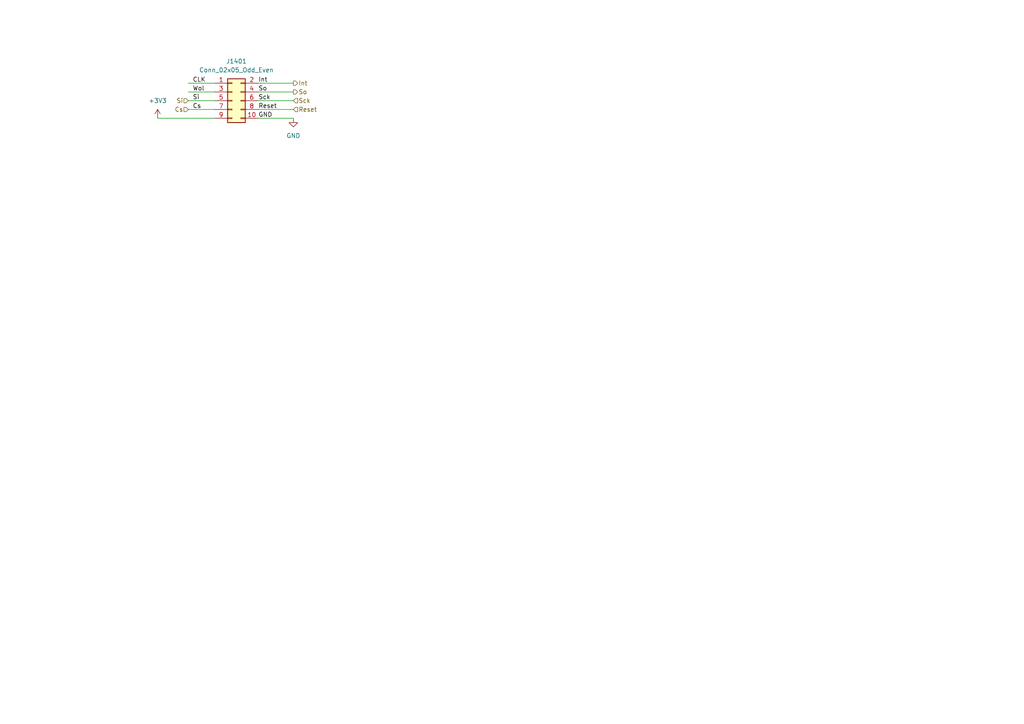
<source format=kicad_sch>
(kicad_sch (version 20211123) (generator eeschema)
  (paper "A4")
  (title_block (title "ESP32 Relaiskarte") (date "2022-03-21") (rev "0.0.1") (company "makerspace Bocholt") (comment 1 "+ optionale Servo Ansteuerung") (comment 2 "+ optionale Lan Karte") (comment 4 "Frank Tobergte"))
  (lib_symbols
    (symbol "Connector_Generic:Conn_02x05_Odd_Even" (pin_names (offset 1.016) hide)
      (property "Reference" "J" (at 1.27 7.62 0))
      (property "Value" "Conn_02x05_Odd_Even" (at 1.27 -7.62 0))
      (symbol "Conn_02x05_Odd_Even_1_1"
        (rectangle (start -1.27 -4.953) (end 0 -5.207) (stroke (width 0.1524)))
        (rectangle (start -1.27 -2.413) (end 0 -2.667) (stroke (width 0.1524)))
        (rectangle (start -1.27 0.127) (end 0 -0.127) (stroke (width 0.1524)))
        (rectangle (start -1.27 2.667) (end 0 2.413) (stroke (width 0.1524)))
        (rectangle (start -1.27 5.207) (end 0 4.953) (stroke (width 0.1524)))
        (rectangle (start -1.27 6.35) (end 3.81 -6.35) (stroke (width 0.254)) (fill (type background)))
        (rectangle (start 3.81 -4.953) (end 2.54 -5.207) (stroke (width 0.1524)))
        (rectangle (start 3.81 -2.413) (end 2.54 -2.667) (stroke (width 0.1524)))
        (rectangle (start 3.81 0.127) (end 2.54 -0.127) (stroke (width 0.1524)))
        (rectangle (start 3.81 2.667) (end 2.54 2.413) (stroke (width 0.1524)))
        (rectangle (start 3.81 5.207) (end 2.54 4.953) (stroke (width 0.1524)))
        (pin passive line (at -5.08 5.08 0) (length 3.81) (name "Pin_1") (number "1"))
        (pin passive line (at 7.62 -5.08 180) (length 3.81) (name "Pin_10") (number "10"))
        (pin passive line (at 7.62 5.08 180) (length 3.81) (name "Pin_2") (number "2"))
        (pin passive line (at -5.08 2.54 0) (length 3.81) (name "Pin_3") (number "3"))
        (pin passive line (at 7.62 2.54 180) (length 3.81) (name "Pin_4") (number "4"))
        (pin passive line (at -5.08 0 0) (length 3.81) (name "Pin_5") (number "5"))
        (pin passive line (at 7.62 0 180) (length 3.81) (name "Pin_6") (number "6"))
        (pin passive line (at -5.08 -2.54 0) (length 3.81) (name "Pin_7") (number "7"))
        (pin passive line (at 7.62 -2.54 180) (length 3.81) (name "Pin_8") (number "8"))
        (pin passive line (at -5.08 -5.08 0) (length 3.81) (name "Pin_9") (number "9"))
      )
    )
    (symbol "power:+3.3V" (power) (pin_names (offset 0))
      (property "Value" "+3.3V" (at 0 3.556 0))
      (symbol "+3.3V_0_1"
        (polyline (pts (xy -0.762 1.27) (xy 0 2.54)))
        (polyline (pts (xy 0 0) (xy 0 2.54)))
        (polyline (pts (xy 0 2.54) (xy 0.762 1.27)))
      )
      (symbol "+3.3V_1_1"
        (pin power_in line (at 0 0 90) (length 0) hide (name "+3V3") (number "1"))
      )
    )
    (symbol "power:GND" (power) (pin_names (offset 0))
      (property "Value" "GND" (at 0 -3.81 0))
      (symbol "GND_0_1"
        (polyline (pts (xy 0 0) (xy 0 -1.27) (xy 1.27 -1.27) (xy 0 -2.54) (xy -1.27 -1.27) (xy 0 -1.27)))
      )
      (symbol "GND_1_1"
        (pin power_in line (at 0 0 270) (length 0) hide (name "GND") (number "1"))
      )
    )
  )
  (wire (pts (xy 74.93 34.29) (xy 85.09 34.29)))
  (wire (pts (xy 74.93 26.67) (xy 85.09 26.67)))
  (wire (pts (xy 74.93 29.21) (xy 85.09 29.21)))
  (wire (pts (xy 54.61 24.13) (xy 62.23 24.13)))
  (wire (pts (xy 74.93 24.13) (xy 85.09 24.13)))
  (wire (pts (xy 74.93 31.75) (xy 85.09 31.75)))
  (wire (pts (xy 54.61 29.21) (xy 62.23 29.21)))
  (wire (pts (xy 54.61 26.67) (xy 62.23 26.67)))
  (wire (pts (xy 54.61 31.75) (xy 62.23 31.75)))
  (wire (pts (xy 45.72 34.29) (xy 62.23 34.29)))
  (label "Si" (at 55.88 29.21 0))
  (label "So" (at 74.93 26.67 0))
  (label "Cs" (at 55.88 31.75 0))
  (label "Reset" (at 74.93 31.75 0))
  (label "CLK" (at 55.88 24.13 0))
  (label "Sck" (at 74.93 29.21 0))
  (label "Wol" (at 55.88 26.67 0))
  (label "GND" (at 74.93 34.29 0))
  (label "Int" (at 74.93 24.13 0))
  (hierarchical_label "So" (shape output) (at 85.09 26.67 0))
  (hierarchical_label "Int" (shape output) (at 85.09 24.13 0))
  (hierarchical_label "Sck" (shape input) (at 85.09 29.21 0))
  (hierarchical_label "Si" (shape input) (at 54.61 29.21 180))
  (hierarchical_label "Cs" (shape input) (at 54.61 31.75 180))
  (hierarchical_label "Reset" (shape input) (at 85.09 31.75 0))
  (symbol (lib_id "power:GND") (at 85.09 34.29 0) (unit 1)
    (property "Reference" "#PWR0101" (effects hide))
    (property "Value" "GND" (at 85.09 39.37 0))
  )
  (symbol (lib_id "power:+3.3V") (at 45.72 34.29 0) (unit 1)
    (property "Reference" "#PWR0102" (effects hide))
    (property "Value" "+3.3V" (at 45.72 29.21 0))
  )
  (symbol (lib_id "Connector_Generic:Conn_02x05_Odd_Even") (at 67.31 29.21 0) (unit 1)
    (property "Reference" "J1401" (at 68.58 17.78 0))
    (property "Value" "Conn_02x05_Odd_Even" (at 68.58 20.32 0))
    (property "Footprint" "Connector_PinSocket_2.54mm:PinSocket_2x05_P2.54mm_Vertical" (effects hide))
  )
)
</source>
